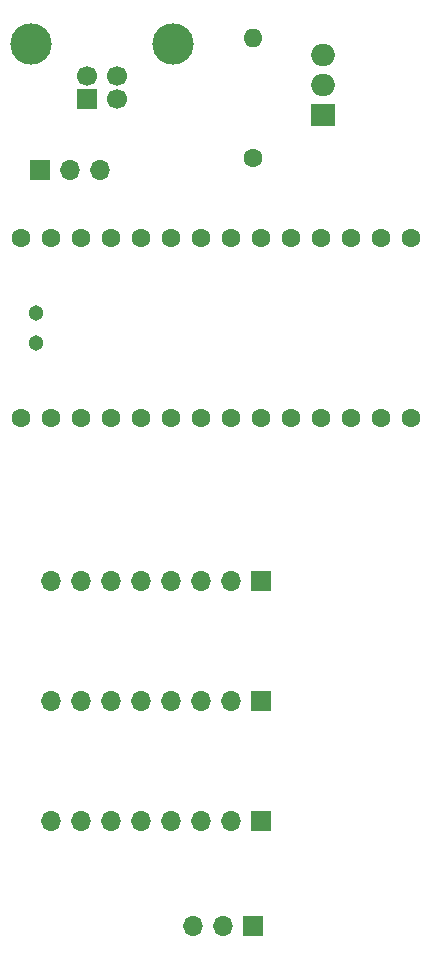
<source format=gts>
G04 #@! TF.GenerationSoftware,KiCad,Pcbnew,(5.1.9)-1*
G04 #@! TF.CreationDate,2021-03-04T10:53:29+07:00*
G04 #@! TF.ProjectId,Motherboard Schematics,4d6f7468-6572-4626-9f61-726420536368,rev?*
G04 #@! TF.SameCoordinates,PX7ed6b40PY8b3c880*
G04 #@! TF.FileFunction,Soldermask,Top*
G04 #@! TF.FilePolarity,Negative*
%FSLAX46Y46*%
G04 Gerber Fmt 4.6, Leading zero omitted, Abs format (unit mm)*
G04 Created by KiCad (PCBNEW (5.1.9)-1) date 2021-03-04 10:53:29*
%MOMM*%
%LPD*%
G01*
G04 APERTURE LIST*
%ADD10O,1.700000X1.700000*%
%ADD11R,1.700000X1.700000*%
%ADD12O,2.000000X1.905000*%
%ADD13R,2.000000X1.905000*%
%ADD14O,1.600000X1.600000*%
%ADD15C,1.600000*%
%ADD16C,1.304000*%
%ADD17C,3.500000*%
%ADD18C,1.700000*%
G04 APERTURE END LIST*
D10*
X19080000Y70000000D03*
X16540000Y70000000D03*
D11*
X14000000Y70000000D03*
D12*
X37950000Y79740000D03*
X37950000Y77200000D03*
D13*
X37950000Y74660000D03*
D14*
X32000000Y81160000D03*
D15*
X32000000Y71000000D03*
D16*
X13660000Y57870000D03*
X13660000Y55330000D03*
D15*
X12390000Y48980000D03*
X14930000Y48980000D03*
X17470000Y48980000D03*
X20010000Y48980000D03*
X22550000Y48980000D03*
X25090000Y48980000D03*
X27630000Y48980000D03*
X30170000Y48980000D03*
X32710000Y48980000D03*
X35250000Y48980000D03*
X37790000Y48980000D03*
X40330000Y48980000D03*
X42870000Y48980000D03*
X12390000Y64220000D03*
X14930000Y64220000D03*
X17470000Y64220000D03*
X20010000Y64220000D03*
X22550000Y64220000D03*
X25090000Y64220000D03*
X27630000Y64220000D03*
X30170000Y64220000D03*
X32710000Y64220000D03*
X35250000Y64220000D03*
X37790000Y64220000D03*
X40330000Y64220000D03*
X42870000Y64220000D03*
X45410000Y48980000D03*
X45410000Y64220000D03*
D17*
X25270000Y80710000D03*
X13230000Y80710000D03*
D18*
X18000000Y78000000D03*
X20500000Y78000000D03*
X20500000Y76000000D03*
D11*
X18000000Y76000000D03*
D10*
X26930000Y5990000D03*
X29470000Y5990000D03*
D11*
X32010000Y5990000D03*
D10*
X14944999Y14880000D03*
X17484999Y14880000D03*
X20024999Y14880000D03*
X22564999Y14880000D03*
X25104999Y14880000D03*
X27644999Y14880000D03*
X30184999Y14880000D03*
D11*
X32724999Y14880000D03*
D10*
X14944999Y25040000D03*
X17484999Y25040000D03*
X20024999Y25040000D03*
X22564999Y25040000D03*
X25104999Y25040000D03*
X27644999Y25040000D03*
X30184999Y25040000D03*
D11*
X32724999Y25040000D03*
D10*
X14944999Y35200000D03*
X17484999Y35200000D03*
X20024999Y35200000D03*
X22564999Y35200000D03*
X25104999Y35200000D03*
X27644999Y35200000D03*
X30184999Y35200000D03*
D11*
X32724999Y35200000D03*
M02*

</source>
